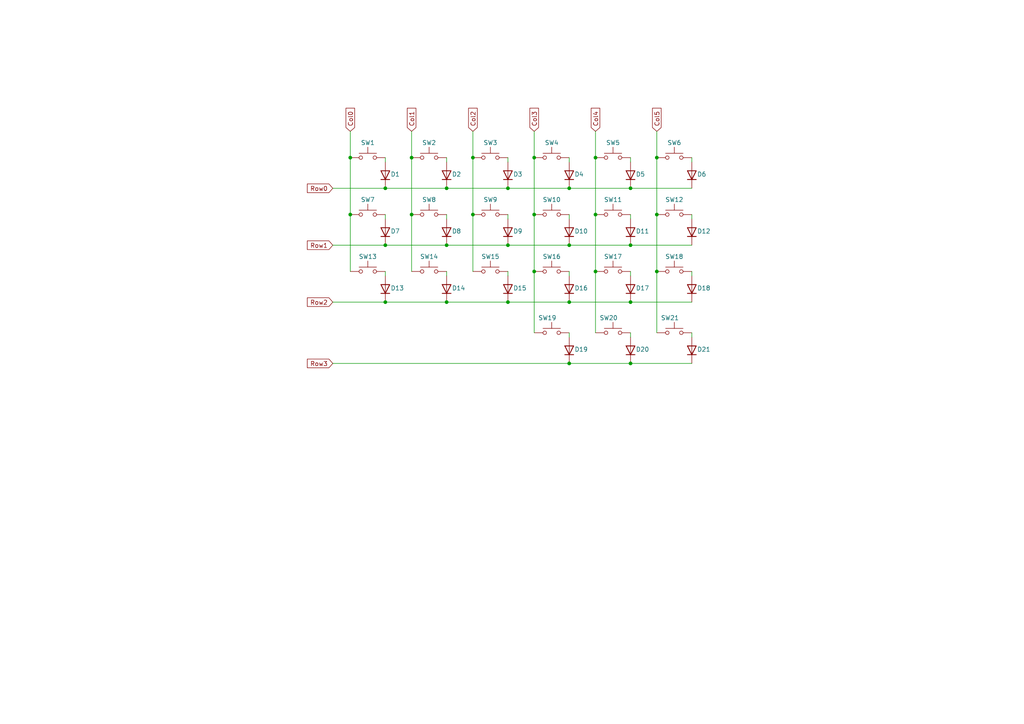
<source format=kicad_sch>
(kicad_sch (version 20231120) (generator "eeschema") (generator_version "8.0")
  (paper "A4")
  (title_block (title "MyCK") (date "2025-01-26") (rev "0.2") (comment 1 "License: MIT"))
  (lib_symbols
    (symbol "Device:D" (pin_numbers hide) (pin_names (offset 1.016) hide)
      (property "Reference" "D" (at 0 2.54 0))
      (property "Value" "D" (at 0 -2.54 0))
      (symbol "D_0_1"
        (polyline (pts (xy -1.27 1.27) (xy -1.27 -1.27)) (stroke (width 0.254)))
        (polyline (pts (xy 1.27 0) (xy -1.27 0)))
        (polyline (pts (xy 1.27 1.27) (xy 1.27 -1.27) (xy -1.27 0) (xy 1.27 1.27)) (stroke (width 0.254)))
      )
      (symbol "D_1_1"
        (pin passive line (at -3.81 0 0) (length 2.54) (name "K") (number "1"))
        (pin passive line (at 3.81 0 180) (length 2.54) (name "A") (number "2"))
      )
    )
    (symbol "Switch:SW_Push" (pin_numbers hide) (pin_names (offset 1.016) hide)
      (property "Reference" "SW" (at 1.27 2.54 0))
      (property "Value" "SW_Push" (at 0 -1.524 0))
      (symbol "SW_Push_0_1"
        (circle (center -2.032 0) (radius 0.508))
        (polyline (pts (xy 0 1.27) (xy 0 3.048)))
        (polyline (pts (xy 2.54 1.27) (xy -2.54 1.27)))
        (circle (center 2.032 0) (radius 0.508))
        (pin passive line (at -5.08 0 0) (length 2.54) (name "1") (number "1"))
        (pin passive line (at 5.08 0 180) (length 2.54) (name "2") (number "2"))
      )
    )
  )
  (junction (at 129.54 87.63))
  (junction (at 182.88 105.41))
  (junction (at 182.88 71.12))
  (junction (at 182.88 87.63))
  (junction (at 129.54 71.12))
  (junction (at 154.94 62.23))
  (junction (at 172.72 78.74))
  (junction (at 172.72 62.23))
  (junction (at 154.94 45.72))
  (junction (at 154.94 78.74))
  (junction (at 165.1 87.63))
  (junction (at 137.16 45.72))
  (junction (at 165.1 71.12))
  (junction (at 182.88 54.61))
  (junction (at 111.76 71.12))
  (junction (at 119.38 45.72))
  (junction (at 137.16 62.23))
  (junction (at 111.76 87.63))
  (junction (at 147.32 87.63))
  (junction (at 129.54 54.61))
  (junction (at 190.5 78.74))
  (junction (at 119.38 62.23))
  (junction (at 101.6 45.72))
  (junction (at 101.6 62.23))
  (junction (at 165.1 105.41))
  (junction (at 172.72 45.72))
  (junction (at 190.5 45.72))
  (junction (at 147.32 71.12))
  (junction (at 147.32 54.61))
  (junction (at 165.1 54.61))
  (junction (at 190.5 62.23))
  (junction (at 111.76 54.61))
  (wire (pts (xy 111.76 87.63) (xy 129.54 87.63)))
  (wire (pts (xy 147.32 54.61) (xy 165.1 54.61)))
  (wire (pts (xy 129.54 54.61) (xy 147.32 54.61)))
  (wire (pts (xy 96.52 87.63) (xy 111.76 87.63)))
  (wire (pts (xy 129.54 71.12) (xy 111.76 71.12)))
  (wire (pts (xy 165.1 62.23) (xy 165.1 63.5)))
  (wire (pts (xy 154.94 62.23) (xy 154.94 78.74)))
  (wire (pts (xy 190.5 78.74) (xy 190.5 96.52)))
  (wire (pts (xy 182.88 71.12) (xy 165.1 71.12)))
  (wire (pts (xy 129.54 62.23) (xy 129.54 63.5)))
  (wire (pts (xy 154.94 38.1) (xy 154.94 45.72)))
  (wire (pts (xy 182.88 105.41) (xy 200.66 105.41)))
  (wire (pts (xy 182.88 96.52) (xy 182.88 97.79)))
  (wire (pts (xy 119.38 38.1) (xy 119.38 45.72)))
  (wire (pts (xy 200.66 45.72) (xy 200.66 46.99)))
  (wire (pts (xy 147.32 45.72) (xy 147.32 46.99)))
  (wire (pts (xy 147.32 78.74) (xy 147.32 80.01)))
  (wire (pts (xy 200.66 96.52) (xy 200.66 97.79)))
  (wire (pts (xy 165.1 45.72) (xy 165.1 46.99)))
  (wire (pts (xy 129.54 87.63) (xy 147.32 87.63)))
  (wire (pts (xy 182.88 87.63) (xy 200.66 87.63)))
  (wire (pts (xy 182.88 54.61) (xy 200.66 54.61)))
  (wire (pts (xy 182.88 78.74) (xy 182.88 80.01)))
  (wire (pts (xy 200.66 71.12) (xy 182.88 71.12)))
  (wire (pts (xy 101.6 62.23) (xy 101.6 78.74)))
  (wire (pts (xy 119.38 45.72) (xy 119.38 62.23)))
  (wire (pts (xy 190.5 62.23) (xy 190.5 78.74)))
  (wire (pts (xy 165.1 87.63) (xy 182.88 87.63)))
  (wire (pts (xy 200.66 78.74) (xy 200.66 80.01)))
  (wire (pts (xy 172.72 78.74) (xy 172.72 96.52)))
  (wire (pts (xy 172.72 45.72) (xy 172.72 62.23)))
  (wire (pts (xy 154.94 78.74) (xy 154.94 96.52)))
  (wire (pts (xy 101.6 45.72) (xy 101.6 62.23)))
  (wire (pts (xy 147.32 87.63) (xy 165.1 87.63)))
  (wire (pts (xy 165.1 71.12) (xy 147.32 71.12)))
  (wire (pts (xy 190.5 38.1) (xy 190.5 45.72)))
  (wire (pts (xy 172.72 38.1) (xy 172.72 45.72)))
  (wire (pts (xy 182.88 45.72) (xy 182.88 46.99)))
  (wire (pts (xy 190.5 45.72) (xy 190.5 62.23)))
  (wire (pts (xy 129.54 78.74) (xy 129.54 80.01)))
  (wire (pts (xy 137.16 62.23) (xy 137.16 78.74)))
  (wire (pts (xy 200.66 62.23) (xy 200.66 63.5)))
  (wire (pts (xy 129.54 45.72) (xy 129.54 46.99)))
  (wire (pts (xy 119.38 62.23) (xy 119.38 78.74)))
  (wire (pts (xy 154.94 45.72) (xy 154.94 62.23)))
  (wire (pts (xy 96.52 105.41) (xy 165.1 105.41)))
  (wire (pts (xy 111.76 45.72) (xy 111.76 46.99)))
  (wire (pts (xy 111.76 54.61) (xy 129.54 54.61)))
  (wire (pts (xy 137.16 45.72) (xy 137.16 62.23)))
  (wire (pts (xy 165.1 54.61) (xy 182.88 54.61)))
  (wire (pts (xy 137.16 38.1) (xy 137.16 45.72)))
  (wire (pts (xy 147.32 71.12) (xy 129.54 71.12)))
  (wire (pts (xy 96.52 54.61) (xy 111.76 54.61)))
  (wire (pts (xy 165.1 105.41) (xy 182.88 105.41)))
  (wire (pts (xy 101.6 38.1) (xy 101.6 45.72)))
  (wire (pts (xy 165.1 96.52) (xy 165.1 97.79)))
  (wire (pts (xy 172.72 62.23) (xy 172.72 78.74)))
  (wire (pts (xy 182.88 62.23) (xy 182.88 63.5)))
  (wire (pts (xy 147.32 62.23) (xy 147.32 63.5)))
  (wire (pts (xy 111.76 62.23) (xy 111.76 63.5)))
  (wire (pts (xy 111.76 71.12) (xy 96.52 71.12)))
  (wire (pts (xy 165.1 78.74) (xy 165.1 80.01)))
  (wire (pts (xy 111.76 78.74) (xy 111.76 80.01)))
  (global_label "Col2" (shape input) (at 137.16 38.1 90) (property "Intersheetrefs" "${INTERSHEET_REFS}" (effects (hide yes))))
  (global_label "Col0" (shape input) (at 101.6 38.1 90) (property "Intersheetrefs" "${INTERSHEET_REFS}" (effects (hide yes))))
  (global_label "Row2" (shape input) (at 96.52 87.63 180) (property "Intersheetrefs" "${INTERSHEET_REFS}" (effects (hide yes))))
  (global_label "Col4" (shape input) (at 172.72 38.1 90) (property "Intersheetrefs" "${INTERSHEET_REFS}" (effects (hide yes))))
  (global_label "Row1" (shape input) (at 96.52 71.12 180) (property "Intersheetrefs" "${INTERSHEET_REFS}" (effects (hide yes))))
  (global_label "Col3" (shape input) (at 154.94 38.1 90) (property "Intersheetrefs" "${INTERSHEET_REFS}" (effects (hide yes))))
  (global_label "Col1" (shape input) (at 119.38 38.1 90) (property "Intersheetrefs" "${INTERSHEET_REFS}" (effects (hide yes))))
  (global_label "Col5" (shape input) (at 190.5 38.1 90) (property "Intersheetrefs" "${INTERSHEET_REFS}" (effects (hide yes))))
  (global_label "Row3" (shape input) (at 96.52 105.41 180) (property "Intersheetrefs" "${INTERSHEET_REFS}" (effects (hide yes))))
  (global_label "Row0" (shape input) (at 96.52 54.61 180) (property "Intersheetrefs" "${INTERSHEET_REFS}" (effects (hide yes))))
  (symbol (lib_id "Switch:SW_Push") (at 195.58 96.52 0) (unit 1)
    (property "Reference" "SW21" (at 194.31 92.202 0))
    (property "Value" "SW_Push" (effects (hide yes)))
    (property "Description" "Push button switch, generic, two pins" (effects (hide yes)))
  )
  (symbol (lib_id "Switch:SW_Push") (at 142.24 62.23 0) (unit 1)
    (property "Reference" "SW9" (at 142.24 57.912 0))
    (property "Value" "SW_Push" (effects (hide yes)))
    (property "Description" "Push button switch, generic, two pins" (effects (hide yes)))
  )
  (symbol (lib_id "Switch:SW_Push") (at 124.46 62.23 0) (unit 1)
    (property "Reference" "SW8" (at 124.46 57.912 0))
    (property "Value" "SW_Push" (effects (hide yes)))
    (property "Description" "Push button switch, generic, two pins" (effects (hide yes)))
  )
  (symbol (lib_id "Switch:SW_Push") (at 160.02 96.52 0) (unit 1)
    (property "Reference" "SW19" (at 158.75 92.202 0))
    (property "Value" "SW_Push" (effects (hide yes)))
    (property "Description" "Push button switch, generic, two pins" (effects (hide yes)))
  )
  (symbol (lib_id "Device:D") (at 182.88 101.6 90) (unit 1)
    (property "Reference" "D20" (at 184.404 101.346 90) (effects (justify right)))
    (property "Value" "D" (effects (hide yes)))
    (property "Description" "Diode" (effects (hide yes)))
    (property "Sim.Device" "D" (effects (hide yes)))
    (property "Sim.Pins" "1=K 2=A" (effects (hide yes)))
  )
  (symbol (lib_id "Device:D") (at 147.32 67.31 90) (unit 1)
    (property "Reference" "D9" (at 148.844 67.056 90) (effects (justify right)))
    (property "Value" "D" (effects (hide yes)))
    (property "Description" "Diode" (effects (hide yes)))
    (property "Sim.Device" "D" (effects (hide yes)))
    (property "Sim.Pins" "1=K 2=A" (effects (hide yes)))
  )
  (symbol (lib_id "Switch:SW_Push") (at 106.68 62.23 0) (unit 1)
    (property "Reference" "SW7" (at 106.68 57.912 0))
    (property "Value" "SW_Push" (effects (hide yes)))
    (property "Description" "Push button switch, generic, two pins" (effects (hide yes)))
  )
  (symbol (lib_id "Device:D") (at 129.54 83.82 90) (unit 1)
    (property "Reference" "D14" (at 131.064 83.566 90) (effects (justify right)))
    (property "Value" "D" (effects (hide yes)))
    (property "Description" "Diode" (effects (hide yes)))
    (property "Sim.Device" "D" (effects (hide yes)))
    (property "Sim.Pins" "1=K 2=A" (effects (hide yes)))
  )
  (symbol (lib_id "Switch:SW_Push") (at 124.46 78.74 0) (unit 1)
    (property "Reference" "SW14" (at 124.46 74.422 0))
    (property "Value" "SW_Push" (effects (hide yes)))
    (property "Description" "Push button switch, generic, two pins" (effects (hide yes)))
  )
  (symbol (lib_id "Switch:SW_Push") (at 106.68 78.74 0) (unit 1)
    (property "Reference" "SW13" (at 106.68 74.422 0))
    (property "Value" "SW_Push" (effects (hide yes)))
    (property "Description" "Push button switch, generic, two pins" (effects (hide yes)))
  )
  (symbol (lib_id "Device:D") (at 182.88 50.8 90) (unit 1)
    (property "Reference" "D5" (at 184.404 50.546 90) (effects (justify right)))
    (property "Value" "D" (effects (hide yes)))
    (property "Description" "Diode" (effects (hide yes)))
    (property "Sim.Device" "D" (effects (hide yes)))
    (property "Sim.Pins" "1=K 2=A" (effects (hide yes)))
  )
  (symbol (lib_id "Device:D") (at 182.88 83.82 90) (unit 1)
    (property "Reference" "D17" (at 184.404 83.566 90) (effects (justify right)))
    (property "Value" "D" (effects (hide yes)))
    (property "Description" "Diode" (effects (hide yes)))
    (property "Sim.Device" "D" (effects (hide yes)))
    (property "Sim.Pins" "1=K 2=A" (effects (hide yes)))
  )
  (symbol (lib_id "Device:D") (at 147.32 83.82 90) (unit 1)
    (property "Reference" "D15" (at 148.844 83.566 90) (effects (justify right)))
    (property "Value" "D" (effects (hide yes)))
    (property "Description" "Diode" (effects (hide yes)))
    (property "Sim.Device" "D" (effects (hide yes)))
    (property "Sim.Pins" "1=K 2=A" (effects (hide yes)))
  )
  (symbol (lib_id "Device:D") (at 165.1 50.8 90) (unit 1)
    (property "Reference" "D4" (at 166.624 50.546 90) (effects (justify right)))
    (property "Value" "D" (effects (hide yes)))
    (property "Description" "Diode" (effects (hide yes)))
    (property "Sim.Device" "D" (effects (hide yes)))
    (property "Sim.Pins" "1=K 2=A" (effects (hide yes)))
  )
  (symbol (lib_id "Device:D") (at 165.1 67.31 90) (unit 1)
    (property "Reference" "D10" (at 166.624 67.056 90) (effects (justify right)))
    (property "Value" "D" (effects (hide yes)))
    (property "Description" "Diode" (effects (hide yes)))
    (property "Sim.Device" "D" (effects (hide yes)))
    (property "Sim.Pins" "1=K 2=A" (effects (hide yes)))
  )
  (symbol (lib_id "Switch:SW_Push") (at 195.58 45.72 0) (unit 1)
    (property "Reference" "SW6" (at 195.58 41.402 0))
    (property "Value" "SW_Push" (effects (hide yes)))
    (property "Description" "Push button switch, generic, two pins" (effects (hide yes)))
  )
  (symbol (lib_id "Device:D") (at 147.32 50.8 90) (unit 1)
    (property "Reference" "D3" (at 148.844 50.546 90) (effects (justify right)))
    (property "Value" "D" (effects (hide yes)))
    (property "Description" "Diode" (effects (hide yes)))
    (property "Sim.Device" "D" (effects (hide yes)))
    (property "Sim.Pins" "1=K 2=A" (effects (hide yes)))
  )
  (symbol (lib_id "Switch:SW_Push") (at 160.02 62.23 0) (unit 1)
    (property "Reference" "SW10" (at 160.02 57.912 0))
    (property "Value" "SW_Push" (effects (hide yes)))
    (property "Description" "Push button switch, generic, two pins" (effects (hide yes)))
  )
  (symbol (lib_id "Device:D") (at 200.66 101.6 90) (unit 1)
    (property "Reference" "D21" (at 202.184 101.346 90) (effects (justify right)))
    (property "Value" "D" (effects (hide yes)))
    (property "Description" "Diode" (effects (hide yes)))
    (property "Sim.Device" "D" (effects (hide yes)))
    (property "Sim.Pins" "1=K 2=A" (effects (hide yes)))
  )
  (symbol (lib_id "Switch:SW_Push") (at 195.58 62.23 0) (unit 1)
    (property "Reference" "SW12" (at 195.58 57.912 0))
    (property "Value" "SW_Push" (effects (hide yes)))
    (property "Description" "Push button switch, generic, two pins" (effects (hide yes)))
  )
  (symbol (lib_id "Switch:SW_Push") (at 177.8 45.72 0) (unit 1)
    (property "Reference" "SW5" (at 177.8 41.402 0))
    (property "Value" "SW_Push" (effects (hide yes)))
    (property "Description" "Push button switch, generic, two pins" (effects (hide yes)))
  )
  (symbol (lib_id "Device:D") (at 111.76 67.31 90) (unit 1)
    (property "Reference" "D7" (at 113.284 67.056 90) (effects (justify right)))
    (property "Value" "D" (effects (hide yes)))
    (property "Description" "Diode" (effects (hide yes)))
    (property "Sim.Device" "D" (effects (hide yes)))
    (property "Sim.Pins" "1=K 2=A" (effects (hide yes)))
  )
  (symbol (lib_id "Device:D") (at 182.88 67.31 90) (unit 1)
    (property "Reference" "D11" (at 184.404 67.056 90) (effects (justify right)))
    (property "Value" "D" (effects (hide yes)))
    (property "Description" "Diode" (effects (hide yes)))
    (property "Sim.Device" "D" (effects (hide yes)))
    (property "Sim.Pins" "1=K 2=A" (effects (hide yes)))
  )
  (symbol (lib_id "Switch:SW_Push") (at 177.8 78.74 0) (unit 1)
    (property "Reference" "SW17" (at 177.8 74.422 0))
    (property "Value" "SW_Push" (effects (hide yes)))
    (property "Description" "Push button switch, generic, two pins" (effects (hide yes)))
  )
  (symbol (lib_id "Switch:SW_Push") (at 106.68 45.72 0) (unit 1)
    (property "Reference" "SW1" (at 106.68 41.402 0))
    (property "Value" "SW_Push" (effects (hide yes)))
    (property "Description" "Push button switch, generic, two pins" (effects (hide yes)))
  )
  (symbol (lib_id "Switch:SW_Push") (at 160.02 45.72 0) (unit 1)
    (property "Reference" "SW4" (at 160.02 41.402 0))
    (property "Value" "SW_Push" (effects (hide yes)))
    (property "Description" "Push button switch, generic, two pins" (effects (hide yes)))
  )
  (symbol (lib_id "Device:D") (at 200.66 83.82 90) (unit 1)
    (property "Reference" "D18" (at 202.184 83.566 90) (effects (justify right)))
    (property "Value" "D" (effects (hide yes)))
    (property "Description" "Diode" (effects (hide yes)))
    (property "Sim.Device" "D" (effects (hide yes)))
    (property "Sim.Pins" "1=K 2=A" (effects (hide yes)))
  )
  (symbol (lib_id "Device:D") (at 129.54 50.8 90) (unit 1)
    (property "Reference" "D2" (at 131.064 50.546 90) (effects (justify right)))
    (property "Value" "D" (effects (hide yes)))
    (property "Description" "Diode" (effects (hide yes)))
    (property "Sim.Device" "D" (effects (hide yes)))
    (property "Sim.Pins" "1=K 2=A" (effects (hide yes)))
  )
  (symbol (lib_id "Switch:SW_Push") (at 160.02 78.74 0) (unit 1)
    (property "Reference" "SW16" (at 160.02 74.422 0))
    (property "Value" "SW_Push" (effects (hide yes)))
    (property "Description" "Push button switch, generic, two pins" (effects (hide yes)))
  )
  (symbol (lib_id "Switch:SW_Push") (at 142.24 78.74 0) (unit 1)
    (property "Reference" "SW15" (at 142.24 74.422 0))
    (property "Value" "SW_Push" (effects (hide yes)))
    (property "Description" "Push button switch, generic, two pins" (effects (hide yes)))
  )
  (symbol (lib_id "Device:D") (at 111.76 50.8 90) (unit 1)
    (property "Reference" "D1" (at 113.284 50.546 90) (effects (justify right)))
    (property "Value" "D" (effects (hide yes)))
    (property "Description" "Diode" (effects (hide yes)))
    (property "Sim.Device" "D" (effects (hide yes)))
    (property "Sim.Pins" "1=K 2=A" (effects (hide yes)))
  )
  (symbol (lib_id "Switch:SW_Push") (at 142.24 45.72 0) (unit 1)
    (property "Reference" "SW3" (at 142.24 41.402 0))
    (property "Value" "SW_Push" (effects (hide yes)))
    (property "Description" "Push button switch, generic, two pins" (effects (hide yes)))
  )
  (symbol (lib_id "Device:D") (at 129.54 67.31 90) (unit 1)
    (property "Reference" "D8" (at 131.064 67.056 90) (effects (justify right)))
    (property "Value" "D" (effects (hide yes)))
    (property "Description" "Diode" (effects (hide yes)))
    (property "Sim.Device" "D" (effects (hide yes)))
    (property "Sim.Pins" "1=K 2=A" (effects (hide yes)))
  )
  (symbol (lib_id "Device:D") (at 165.1 101.6 90) (unit 1)
    (property "Reference" "D19" (at 166.624 101.346 90) (effects (justify right)))
    (property "Value" "D" (effects (hide yes)))
    (property "Description" "Diode" (effects (hide yes)))
    (property "Sim.Device" "D" (effects (hide yes)))
    (property "Sim.Pins" "1=K 2=A" (effects (hide yes)))
  )
  (symbol (lib_id "Device:D") (at 200.66 67.31 90) (unit 1)
    (property "Reference" "D12" (at 202.184 67.056 90) (effects (justify right)))
    (property "Value" "D" (effects (hide yes)))
    (property "Description" "Diode" (effects (hide yes)))
    (property "Sim.Device" "D" (effects (hide yes)))
    (property "Sim.Pins" "1=K 2=A" (effects (hide yes)))
  )
  (symbol (lib_id "Switch:SW_Push") (at 177.8 96.52 0) (unit 1)
    (property "Reference" "SW20" (at 176.53 92.202 0))
    (property "Value" "SW_Push" (effects (hide yes)))
    (property "Description" "Push button switch, generic, two pins" (effects (hide yes)))
  )
  (symbol (lib_id "Device:D") (at 200.66 50.8 90) (unit 1)
    (property "Reference" "D6" (at 202.184 50.546 90) (effects (justify right)))
    (property "Value" "D" (effects (hide yes)))
    (property "Description" "Diode" (effects (hide yes)))
    (property "Sim.Device" "D" (effects (hide yes)))
    (property "Sim.Pins" "1=K 2=A" (effects (hide yes)))
  )
  (symbol (lib_id "Device:D") (at 165.1 83.82 90) (unit 1)
    (property "Reference" "D16" (at 166.624 83.566 90) (effects (justify right)))
    (property "Value" "D" (effects (hide yes)))
    (property "Description" "Diode" (effects (hide yes)))
    (property "Sim.Device" "D" (effects (hide yes)))
    (property "Sim.Pins" "1=K 2=A" (effects (hide yes)))
  )
  (symbol (lib_id "Device:D") (at 111.76 83.82 90) (unit 1)
    (property "Reference" "D13" (at 113.284 83.566 90) (effects (justify right)))
    (property "Value" "D" (effects (hide yes)))
    (property "Description" "Diode" (effects (hide yes)))
    (property "Sim.Device" "D" (effects (hide yes)))
    (property "Sim.Pins" "1=K 2=A" (effects (hide yes)))
  )
  (symbol (lib_id "Switch:SW_Push") (at 177.8 62.23 0) (unit 1)
    (property "Reference" "SW11" (at 177.8 57.912 0))
    (property "Value" "SW_Push" (effects (hide yes)))
    (property "Description" "Push button switch, generic, two pins" (effects (hide yes)))
  )
  (symbol (lib_id "Switch:SW_Push") (at 195.58 78.74 0) (unit 1)
    (property "Reference" "SW18" (at 195.58 74.422 0))
    (property "Value" "SW_Push" (effects (hide yes)))
    (property "Description" "Push button switch, generic, two pins" (effects (hide yes)))
  )
  (symbol (lib_id "Switch:SW_Push") (at 124.46 45.72 0) (unit 1)
    (property "Reference" "SW2" (at 124.46 41.402 0))
    (property "Value" "SW_Push" (effects (hide yes)))
    (property "Description" "Push button switch, generic, two pins" (effects (hide yes)))
  )
)
</source>
